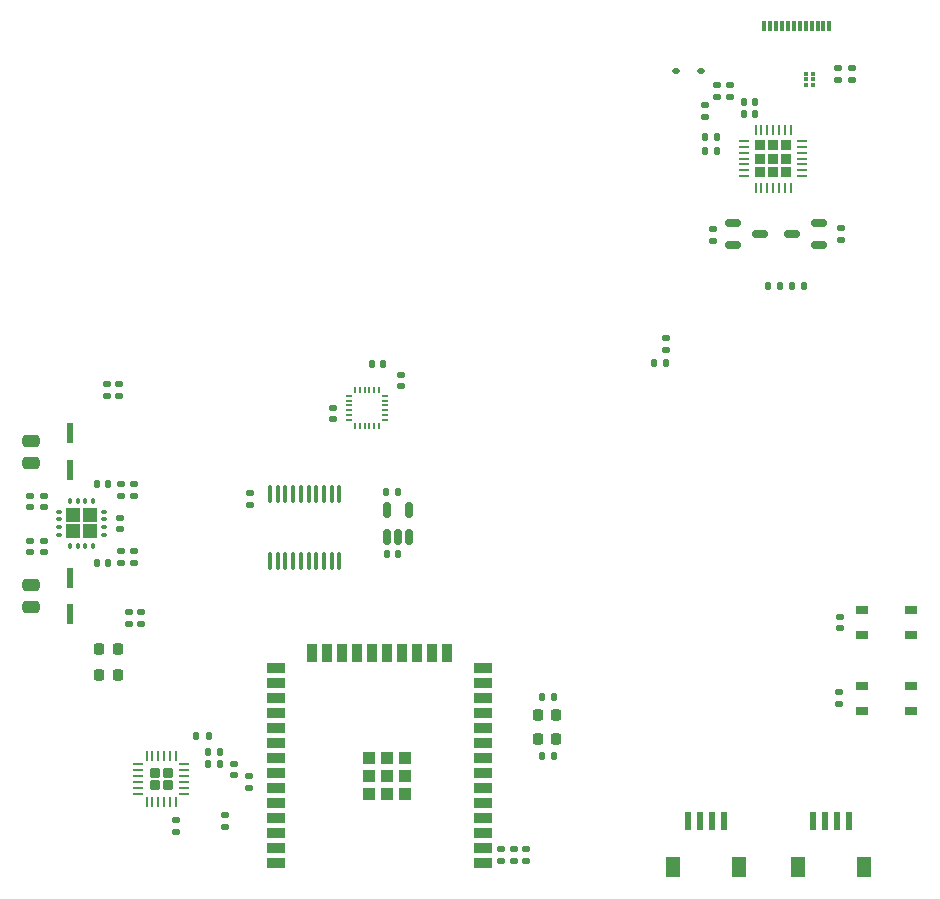
<source format=gbr>
%TF.GenerationSoftware,KiCad,Pcbnew,7.0.1*%
%TF.CreationDate,2023-05-31T14:16:02+01:00*%
%TF.ProjectId,DE10-lite_shield,44453130-2d6c-4697-9465-5f736869656c,rev?*%
%TF.SameCoordinates,Original*%
%TF.FileFunction,Paste,Top*%
%TF.FilePolarity,Positive*%
%FSLAX46Y46*%
G04 Gerber Fmt 4.6, Leading zero omitted, Abs format (unit mm)*
G04 Created by KiCad (PCBNEW 7.0.1) date 2023-05-31 14:16:02*
%MOMM*%
%LPD*%
G01*
G04 APERTURE LIST*
G04 Aperture macros list*
%AMRoundRect*
0 Rectangle with rounded corners*
0 $1 Rounding radius*
0 $2 $3 $4 $5 $6 $7 $8 $9 X,Y pos of 4 corners*
0 Add a 4 corners polygon primitive as box body*
4,1,4,$2,$3,$4,$5,$6,$7,$8,$9,$2,$3,0*
0 Add four circle primitives for the rounded corners*
1,1,$1+$1,$2,$3*
1,1,$1+$1,$4,$5*
1,1,$1+$1,$6,$7*
1,1,$1+$1,$8,$9*
0 Add four rect primitives between the rounded corners*
20,1,$1+$1,$2,$3,$4,$5,0*
20,1,$1+$1,$4,$5,$6,$7,0*
20,1,$1+$1,$6,$7,$8,$9,0*
20,1,$1+$1,$8,$9,$2,$3,0*%
G04 Aperture macros list end*
%ADD10RoundRect,0.150000X0.512500X0.150000X-0.512500X0.150000X-0.512500X-0.150000X0.512500X-0.150000X0*%
%ADD11RoundRect,0.150000X-0.512500X-0.150000X0.512500X-0.150000X0.512500X0.150000X-0.512500X0.150000X0*%
%ADD12RoundRect,0.140000X-0.170000X0.140000X-0.170000X-0.140000X0.170000X-0.140000X0.170000X0.140000X0*%
%ADD13RoundRect,0.135000X-0.185000X0.135000X-0.185000X-0.135000X0.185000X-0.135000X0.185000X0.135000X0*%
%ADD14RoundRect,0.140000X0.140000X0.170000X-0.140000X0.170000X-0.140000X-0.170000X0.140000X-0.170000X0*%
%ADD15RoundRect,0.135000X0.185000X-0.135000X0.185000X0.135000X-0.185000X0.135000X-0.185000X-0.135000X0*%
%ADD16RoundRect,0.135000X0.135000X0.185000X-0.135000X0.185000X-0.135000X-0.185000X0.135000X-0.185000X0*%
%ADD17RoundRect,0.218750X0.218750X0.256250X-0.218750X0.256250X-0.218750X-0.256250X0.218750X-0.256250X0*%
%ADD18RoundRect,0.250000X0.475000X-0.250000X0.475000X0.250000X-0.475000X0.250000X-0.475000X-0.250000X0*%
%ADD19R,0.300000X0.900000*%
%ADD20RoundRect,0.050000X0.225000X0.050000X-0.225000X0.050000X-0.225000X-0.050000X0.225000X-0.050000X0*%
%ADD21RoundRect,0.050000X-0.050000X0.225000X-0.050000X-0.225000X0.050000X-0.225000X0.050000X0.225000X0*%
%ADD22R,0.600000X1.750000*%
%ADD23RoundRect,0.140000X-0.140000X-0.170000X0.140000X-0.170000X0.140000X0.170000X-0.140000X0.170000X0*%
%ADD24RoundRect,0.140000X0.170000X-0.140000X0.170000X0.140000X-0.170000X0.140000X-0.170000X-0.140000X0*%
%ADD25RoundRect,0.150000X0.150000X-0.512500X0.150000X0.512500X-0.150000X0.512500X-0.150000X-0.512500X0*%
%ADD26RoundRect,0.250000X-0.475000X0.250000X-0.475000X-0.250000X0.475000X-0.250000X0.475000X0.250000X0*%
%ADD27RoundRect,0.225000X-0.225000X0.225000X-0.225000X-0.225000X0.225000X-0.225000X0.225000X0.225000X0*%
%ADD28RoundRect,0.062500X-0.062500X0.337500X-0.062500X-0.337500X0.062500X-0.337500X0.062500X0.337500X0*%
%ADD29RoundRect,0.062500X-0.337500X0.062500X-0.337500X-0.062500X0.337500X-0.062500X0.337500X0.062500X0*%
%ADD30R,1.050000X0.650000*%
%ADD31RoundRect,0.212500X-0.212500X0.212500X-0.212500X-0.212500X0.212500X-0.212500X0.212500X0.212500X0*%
%ADD32RoundRect,0.062500X-0.062500X0.375000X-0.062500X-0.375000X0.062500X-0.375000X0.062500X0.375000X0*%
%ADD33RoundRect,0.062500X-0.375000X0.062500X-0.375000X-0.062500X0.375000X-0.062500X0.375000X0.062500X0*%
%ADD34RoundRect,0.100000X-0.100000X0.637500X-0.100000X-0.637500X0.100000X-0.637500X0.100000X0.637500X0*%
%ADD35RoundRect,0.012000X-0.163000X-0.088000X0.163000X-0.088000X0.163000X0.088000X-0.163000X0.088000X0*%
%ADD36RoundRect,0.012000X-0.138000X-0.088000X0.138000X-0.088000X0.138000X0.088000X-0.138000X0.088000X0*%
%ADD37RoundRect,0.012000X0.138000X0.088000X-0.138000X0.088000X-0.138000X-0.088000X0.138000X-0.088000X0*%
%ADD38R,0.600000X1.550000*%
%ADD39R,1.200000X1.800000*%
%ADD40RoundRect,0.135000X-0.135000X-0.185000X0.135000X-0.185000X0.135000X0.185000X-0.135000X0.185000X0*%
%ADD41O,0.599999X0.299999*%
%ADD42O,0.299999X0.599999*%
%ADD43R,1.500000X0.900000*%
%ADD44R,0.900000X1.500000*%
%ADD45R,1.050000X1.050000*%
%ADD46RoundRect,0.112500X-0.187500X-0.112500X0.187500X-0.112500X0.187500X0.112500X-0.187500X0.112500X0*%
G04 APERTURE END LIST*
%TO.C,U3*%
G36*
X124725004Y-99672182D02*
G01*
X123537003Y-99672182D01*
X123537003Y-98484181D01*
X124725004Y-98484181D01*
X124725004Y-99672182D01*
G37*
G36*
X124725004Y-101060180D02*
G01*
X123537003Y-101060180D01*
X123537003Y-99872179D01*
X124725004Y-99872179D01*
X124725004Y-101060180D01*
G37*
G36*
X126113002Y-99672182D02*
G01*
X124925001Y-99672182D01*
X124925001Y-98484181D01*
X126113002Y-98484181D01*
X126113002Y-99672182D01*
G37*
G36*
X126113002Y-101060180D02*
G01*
X124925001Y-101060180D01*
X124925001Y-99872179D01*
X126113002Y-99872179D01*
X126113002Y-101060180D01*
G37*
%TD*%
D10*
%TO.C,Q1*%
X185025000Y-75300000D03*
X187300000Y-76250000D03*
X187300000Y-74350000D03*
%TD*%
D11*
%TO.C,Q2*%
X182300000Y-75300000D03*
X180025000Y-74350000D03*
X180025000Y-76250000D03*
%TD*%
D12*
%TO.C,C5*%
X128100000Y-99295000D03*
X128100000Y-100255000D03*
%TD*%
D13*
%TO.C,R2*%
X128150002Y-102112183D03*
X128150002Y-103132183D03*
%TD*%
D14*
%TO.C,C11*%
X127105001Y-96422182D03*
X126145001Y-96422182D03*
%TD*%
D12*
%TO.C,C3*%
X121650002Y-101242183D03*
X121650002Y-102202183D03*
%TD*%
D15*
%TO.C,R4*%
X128150002Y-97432183D03*
X128150002Y-96412183D03*
%TD*%
D14*
%TO.C,C13*%
X181880000Y-64100000D03*
X180920000Y-64100000D03*
%TD*%
D13*
%TO.C,R21*%
X178600000Y-62690000D03*
X178600000Y-63710000D03*
%TD*%
D16*
%TO.C,R9*%
X178610000Y-68250000D03*
X177590000Y-68250000D03*
%TD*%
D13*
%TO.C,R31*%
X128000000Y-87990000D03*
X128000000Y-89010000D03*
%TD*%
D17*
%TO.C,D3*%
X127887500Y-110400000D03*
X126312500Y-110400000D03*
%TD*%
D12*
%TO.C,C22*%
X160375000Y-127395000D03*
X160375000Y-128355000D03*
%TD*%
D15*
%TO.C,R1*%
X129250002Y-103132183D03*
X129250002Y-102112183D03*
%TD*%
D18*
%TO.C,C7*%
X120550002Y-106872184D03*
X120550002Y-104972184D03*
%TD*%
D15*
%TO.C,R12*%
X132825000Y-125910000D03*
X132825000Y-124890000D03*
%TD*%
D19*
%TO.C,J4*%
X188150000Y-57700000D03*
X187650000Y-57700000D03*
X187150000Y-57700000D03*
X186650000Y-57700000D03*
X186150000Y-57700000D03*
X185650000Y-57700000D03*
X185150000Y-57700000D03*
X184650000Y-57700000D03*
X184150000Y-57700000D03*
X183650000Y-57700000D03*
X183150000Y-57700000D03*
X182650000Y-57700000D03*
%TD*%
D16*
%TO.C,R19*%
X174310000Y-86200000D03*
X173290000Y-86200000D03*
%TD*%
D20*
%TO.C,U5*%
X150500000Y-91000000D03*
X150500000Y-90600000D03*
X150500000Y-90200000D03*
X150500000Y-89800000D03*
X150500000Y-89400000D03*
X150500000Y-89000000D03*
D21*
X150000000Y-88500000D03*
X149600000Y-88500000D03*
X149200000Y-88500000D03*
X148800000Y-88500000D03*
X148400000Y-88500000D03*
X148000000Y-88500000D03*
D20*
X147500000Y-89000000D03*
X147500000Y-89400000D03*
X147500000Y-89800000D03*
X147500000Y-90200000D03*
X147500000Y-90600000D03*
X147500000Y-91000000D03*
D21*
X148000000Y-91500000D03*
X148400000Y-91500000D03*
X148800000Y-91500000D03*
X149200000Y-91500000D03*
X149600000Y-91500000D03*
X150000000Y-91500000D03*
%TD*%
D22*
%TO.C,L1*%
X123825001Y-104372183D03*
X123825001Y-107472183D03*
%TD*%
D23*
%TO.C,C15*%
X150660000Y-102395000D03*
X151620000Y-102395000D03*
%TD*%
D24*
%TO.C,C23*%
X151900000Y-88180000D03*
X151900000Y-87220000D03*
%TD*%
D23*
%TO.C,C18*%
X149420000Y-86300000D03*
X150380000Y-86300000D03*
%TD*%
D24*
%TO.C,C9*%
X120500000Y-98402182D03*
X120500000Y-97442182D03*
%TD*%
D17*
%TO.C,D4*%
X165037500Y-116000000D03*
X163462500Y-116000000D03*
%TD*%
D15*
%TO.C,R8*%
X178287500Y-74840000D03*
X178287500Y-75860000D03*
%TD*%
D25*
%TO.C,U7*%
X150670000Y-100932500D03*
X151620000Y-100932500D03*
X152570000Y-100932500D03*
X152570000Y-98657500D03*
X150670000Y-98657500D03*
%TD*%
D13*
%TO.C,R22*%
X177600000Y-64390000D03*
X177600000Y-65410000D03*
%TD*%
D26*
%TO.C,C6*%
X120550002Y-92772183D03*
X120550002Y-94672183D03*
%TD*%
D27*
%TO.C,U2*%
X184520000Y-67780000D03*
X183400000Y-67780000D03*
X182280000Y-67780000D03*
X184520000Y-68900000D03*
X183400000Y-68900000D03*
X182280000Y-68900000D03*
X184520000Y-70020000D03*
X183400000Y-70020000D03*
X182280000Y-70020000D03*
D28*
X184900000Y-66450000D03*
X184400000Y-66450000D03*
X183900000Y-66450000D03*
X183400000Y-66450000D03*
X182900000Y-66450000D03*
X182400000Y-66450000D03*
X181900000Y-66450000D03*
D29*
X180950000Y-67400000D03*
X180950000Y-67900000D03*
X180950000Y-68400000D03*
X180950000Y-68900000D03*
X180950000Y-69400000D03*
X180950000Y-69900000D03*
X180950000Y-70400000D03*
D28*
X181900000Y-71350000D03*
X182400000Y-71350000D03*
X182900000Y-71350000D03*
X183400000Y-71350000D03*
X183900000Y-71350000D03*
X184400000Y-71350000D03*
X184900000Y-71350000D03*
D29*
X185850000Y-70400000D03*
X185850000Y-69900000D03*
X185850000Y-69400000D03*
X185850000Y-68900000D03*
X185850000Y-68400000D03*
X185850000Y-67900000D03*
X185850000Y-67400000D03*
%TD*%
D13*
%TO.C,R6*%
X188900000Y-61190000D03*
X188900000Y-62210000D03*
%TD*%
D30*
%TO.C,S2*%
X195075000Y-115675000D03*
X190925000Y-115675000D03*
X195075000Y-113525000D03*
X190925000Y-113525000D03*
%TD*%
D31*
%TO.C,U4*%
X132112500Y-120900000D03*
X131062500Y-120900000D03*
X132112500Y-121950000D03*
X131062500Y-121950000D03*
D32*
X132837500Y-119487500D03*
X132337500Y-119487500D03*
X131837500Y-119487500D03*
X131337500Y-119487500D03*
X130837500Y-119487500D03*
X130337500Y-119487500D03*
D33*
X129650000Y-120175000D03*
X129650000Y-120675000D03*
X129650000Y-121175000D03*
X129650000Y-121675000D03*
X129650000Y-122175000D03*
X129650000Y-122675000D03*
D32*
X130337500Y-123362500D03*
X130837500Y-123362500D03*
X131337500Y-123362500D03*
X131837500Y-123362500D03*
X132337500Y-123362500D03*
X132837500Y-123362500D03*
D33*
X133525000Y-122675000D03*
X133525000Y-122175000D03*
X133525000Y-121675000D03*
X133525000Y-121175000D03*
X133525000Y-120675000D03*
X133525000Y-120175000D03*
%TD*%
D13*
%TO.C,R3*%
X129250002Y-96412183D03*
X129250002Y-97432183D03*
%TD*%
D17*
%TO.C,D2*%
X127887500Y-112600000D03*
X126312500Y-112600000D03*
%TD*%
D23*
%TO.C,C16*%
X150640000Y-97165000D03*
X151600000Y-97165000D03*
%TD*%
D12*
%TO.C,C21*%
X161425000Y-127390000D03*
X161425000Y-128350000D03*
%TD*%
D34*
%TO.C,U8*%
X146650000Y-97275000D03*
X146000000Y-97275000D03*
X145350000Y-97275000D03*
X144700000Y-97275000D03*
X144050000Y-97275000D03*
X143400000Y-97275000D03*
X142750000Y-97275000D03*
X142100000Y-97275000D03*
X141450000Y-97275000D03*
X140800000Y-97275000D03*
X140800000Y-103000000D03*
X141450000Y-103000000D03*
X142100000Y-103000000D03*
X142750000Y-103000000D03*
X143400000Y-103000000D03*
X144050000Y-103000000D03*
X144700000Y-103000000D03*
X145350000Y-103000000D03*
X146000000Y-103000000D03*
X146650000Y-103000000D03*
%TD*%
D15*
%TO.C,R30*%
X127000000Y-89010000D03*
X127000000Y-87990000D03*
%TD*%
D13*
%TO.C,R5*%
X190100000Y-61190000D03*
X190100000Y-62210000D03*
%TD*%
D35*
%TO.C,U9*%
X186175000Y-61700000D03*
D36*
X186150000Y-62200000D03*
X186150000Y-62700000D03*
D37*
X186750000Y-62700000D03*
X186750000Y-62200000D03*
X186750000Y-61700000D03*
%TD*%
D24*
%TO.C,C20*%
X188950000Y-115055000D03*
X188950000Y-114095000D03*
%TD*%
D16*
%TO.C,R14*%
X136535000Y-120175000D03*
X135515000Y-120175000D03*
%TD*%
D22*
%TO.C,L2*%
X123825001Y-95272182D03*
X123825001Y-92172182D03*
%TD*%
D13*
%TO.C,R7*%
X189162500Y-74790000D03*
X189162500Y-75810000D03*
%TD*%
D24*
%TO.C,C14*%
X137725000Y-121130000D03*
X137725000Y-120170000D03*
%TD*%
D12*
%TO.C,C17*%
X146100000Y-90020000D03*
X146100000Y-90980000D03*
%TD*%
D38*
%TO.C,J11*%
X186800000Y-125000000D03*
X187800000Y-125000000D03*
X188800000Y-125000000D03*
X189800000Y-125000000D03*
D39*
X185500000Y-128875000D03*
X191100000Y-128875000D03*
%TD*%
D40*
%TO.C,R23*%
X185015000Y-79675000D03*
X186035000Y-79675000D03*
%TD*%
D30*
%TO.C,S1*%
X195075000Y-109275000D03*
X190925000Y-109275000D03*
X195075000Y-107125000D03*
X190925000Y-107125000D03*
%TD*%
D38*
%TO.C,J12*%
X176200000Y-125000000D03*
X177200000Y-125000000D03*
X178200000Y-125000000D03*
X179200000Y-125000000D03*
D39*
X174900000Y-128875000D03*
X180500000Y-128875000D03*
%TD*%
D41*
%TO.C,U3*%
X122925002Y-98797183D03*
X122925002Y-99447181D03*
X122925002Y-100097183D03*
X122925002Y-100747181D03*
D42*
X123850002Y-101672181D03*
X124500000Y-101672181D03*
X125150002Y-101672181D03*
X125800000Y-101672181D03*
D41*
X126725000Y-100747181D03*
X126725000Y-100097183D03*
X126725000Y-99447181D03*
X126725000Y-98797183D03*
D42*
X125800000Y-97872183D03*
X125150002Y-97872183D03*
X124500000Y-97872183D03*
X123850002Y-97872183D03*
%TD*%
D13*
%TO.C,R10*%
X179700000Y-62690000D03*
X179700000Y-63710000D03*
%TD*%
D16*
%TO.C,R28*%
X164797500Y-119500000D03*
X163777500Y-119500000D03*
%TD*%
%TO.C,R11*%
X178610000Y-67050000D03*
X177590000Y-67050000D03*
%TD*%
%TO.C,R26*%
X164797500Y-114500000D03*
X163777500Y-114500000D03*
%TD*%
D17*
%TO.C,D5*%
X165037500Y-118000000D03*
X163462500Y-118000000D03*
%TD*%
D14*
%TO.C,C10*%
X127105001Y-103122182D03*
X126145001Y-103122182D03*
%TD*%
D24*
%TO.C,C4*%
X121650002Y-98402183D03*
X121650002Y-97442183D03*
%TD*%
D13*
%TO.C,R20*%
X174300000Y-84090000D03*
X174300000Y-85110000D03*
%TD*%
D15*
%TO.C,R17*%
X138975000Y-122160000D03*
X138975000Y-121140000D03*
%TD*%
D43*
%TO.C,U1*%
X158795000Y-128510000D03*
X158795000Y-127240000D03*
X158795000Y-125970000D03*
X158795000Y-124700000D03*
X158795000Y-123430000D03*
X158795000Y-122160000D03*
X158795000Y-120890000D03*
X158795000Y-119620000D03*
X158795000Y-118350000D03*
X158795000Y-117080000D03*
X158795000Y-115810000D03*
X158795000Y-114540000D03*
X158795000Y-113270000D03*
X158795000Y-112000000D03*
D44*
X155755000Y-110750000D03*
X154485000Y-110750000D03*
X153215000Y-110750000D03*
X151945000Y-110750000D03*
X150675000Y-110750000D03*
X149405000Y-110750000D03*
X148135000Y-110750000D03*
X146865000Y-110750000D03*
X145595000Y-110750000D03*
X144325000Y-110750000D03*
D43*
X141295000Y-112000000D03*
X141295000Y-113270000D03*
X141295000Y-114540000D03*
X141295000Y-115810000D03*
X141295000Y-117080000D03*
X141295000Y-118350000D03*
X141295000Y-119620000D03*
X141295000Y-120890000D03*
X141295000Y-122160000D03*
X141295000Y-123430000D03*
X141295000Y-124700000D03*
X141295000Y-125970000D03*
X141295000Y-127240000D03*
X141295000Y-128510000D03*
D45*
X152250000Y-122695000D03*
X152250000Y-121170000D03*
X152250000Y-119645000D03*
X150725000Y-122695000D03*
X150725000Y-121170000D03*
X150725000Y-119645000D03*
X149200000Y-122695000D03*
X149200000Y-121170000D03*
X149200000Y-119645000D03*
%TD*%
D16*
%TO.C,R27*%
X184010000Y-79675000D03*
X182990000Y-79675000D03*
%TD*%
D46*
%TO.C,D1*%
X175200000Y-61500000D03*
X177300000Y-61500000D03*
%TD*%
D40*
%TO.C,R15*%
X134565000Y-117775000D03*
X135585000Y-117775000D03*
%TD*%
D13*
%TO.C,R18*%
X139125000Y-97227500D03*
X139125000Y-98247500D03*
%TD*%
D16*
%TO.C,R13*%
X136535000Y-119125000D03*
X135515000Y-119125000D03*
%TD*%
D15*
%TO.C,R16*%
X137000000Y-125510000D03*
X137000000Y-124490000D03*
%TD*%
D12*
%TO.C,C24*%
X162475000Y-127390000D03*
X162475000Y-128350000D03*
%TD*%
%TO.C,C8*%
X120500000Y-101242183D03*
X120500000Y-102202183D03*
%TD*%
D15*
%TO.C,R24*%
X129900000Y-108285000D03*
X129900000Y-107265000D03*
%TD*%
%TO.C,R25*%
X128825000Y-108285000D03*
X128825000Y-107265000D03*
%TD*%
D14*
%TO.C,C12*%
X181880000Y-65150000D03*
X180920000Y-65150000D03*
%TD*%
D24*
%TO.C,C19*%
X189025000Y-108675000D03*
X189025000Y-107715000D03*
%TD*%
M02*

</source>
